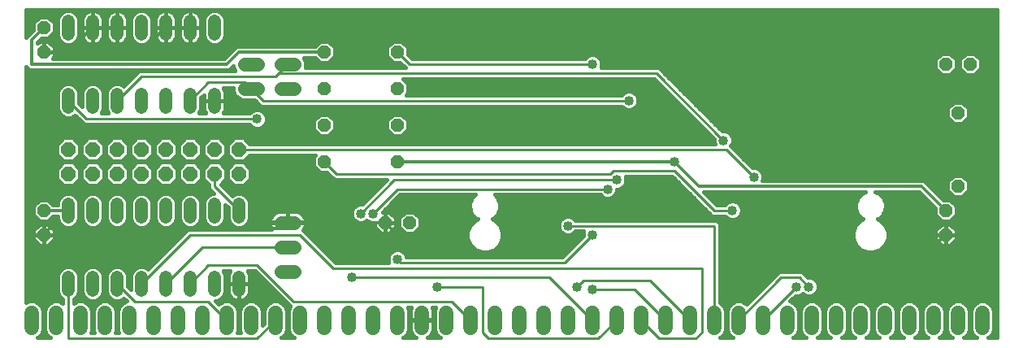
<source format=gbl>
G75*
%MOIN*%
%OFA0B0*%
%FSLAX24Y24*%
%IPPOS*%
%LPD*%
%AMOC8*
5,1,8,0,0,1.08239X$1,22.5*
%
%ADD10C,0.0600*%
%ADD11OC8,0.0520*%
%ADD12C,0.0520*%
%ADD13OC8,0.0600*%
%ADD14C,0.0560*%
%ADD15C,0.0100*%
%ADD16C,0.0400*%
%ADD17C,0.0120*%
%ADD18C,0.0160*%
D10*
X000680Y000880D02*
X000680Y001480D01*
X001680Y001480D02*
X001680Y000880D01*
X002680Y000880D02*
X002680Y001480D01*
X003680Y001480D02*
X003680Y000880D01*
X004680Y000880D02*
X004680Y001480D01*
X005680Y001480D02*
X005680Y000880D01*
X006680Y000880D02*
X006680Y001480D01*
X007680Y001480D02*
X007680Y000880D01*
X008680Y000880D02*
X008680Y001480D01*
X009680Y001480D02*
X009680Y000880D01*
X010680Y000880D02*
X010680Y001480D01*
X011680Y001480D02*
X011680Y000880D01*
X012680Y000880D02*
X012680Y001480D01*
X013680Y001480D02*
X013680Y000880D01*
X014680Y000880D02*
X014680Y001480D01*
X015680Y001480D02*
X015680Y000880D01*
X016680Y000880D02*
X016680Y001480D01*
X017680Y001480D02*
X017680Y000880D01*
X018680Y000880D02*
X018680Y001480D01*
X019680Y001480D02*
X019680Y000880D01*
X020680Y000880D02*
X020680Y001480D01*
X021680Y001480D02*
X021680Y000880D01*
X022680Y000880D02*
X022680Y001480D01*
X023680Y001480D02*
X023680Y000880D01*
X024680Y000880D02*
X024680Y001480D01*
X025680Y001480D02*
X025680Y000880D01*
X026680Y000880D02*
X026680Y001480D01*
X027680Y001480D02*
X027680Y000880D01*
X028680Y000880D02*
X028680Y001480D01*
X029680Y001480D02*
X029680Y000880D01*
X030680Y000880D02*
X030680Y001480D01*
X031680Y001480D02*
X031680Y000880D01*
X032680Y000880D02*
X032680Y001480D01*
X033680Y001480D02*
X033680Y000880D01*
X034680Y000880D02*
X034680Y001480D01*
X035680Y001480D02*
X035680Y000880D01*
X036680Y000880D02*
X036680Y001480D01*
X037680Y001480D02*
X037680Y000880D01*
X038680Y000880D02*
X038680Y001480D01*
X039680Y001480D02*
X039680Y000880D01*
D11*
X038180Y004680D03*
X038180Y005680D03*
X038680Y006680D03*
X038680Y009680D03*
X038180Y011680D03*
X039180Y011680D03*
X016180Y005180D03*
X015180Y005180D03*
X015680Y007680D03*
X012680Y007680D03*
X012680Y009180D03*
X015680Y009180D03*
X015680Y010680D03*
X012680Y010680D03*
X012680Y012180D03*
X015680Y012180D03*
X001180Y012180D03*
X001180Y013180D03*
X001180Y005680D03*
X001180Y004680D03*
D12*
X002180Y005420D02*
X002180Y005940D01*
X003180Y005940D02*
X003180Y005420D01*
X004180Y005420D02*
X004180Y005940D01*
X005180Y005940D02*
X005180Y005420D01*
X006180Y005420D02*
X006180Y005940D01*
X007180Y005940D02*
X007180Y005420D01*
X008180Y005420D02*
X008180Y005940D01*
X009180Y005940D02*
X009180Y005420D01*
X009180Y002940D02*
X009180Y002420D01*
X008180Y002420D02*
X008180Y002940D01*
X007180Y002940D02*
X007180Y002420D01*
X006180Y002420D02*
X006180Y002940D01*
X005180Y002940D02*
X005180Y002420D01*
X004180Y002420D02*
X004180Y002940D01*
X003180Y002940D02*
X003180Y002420D01*
X002180Y002420D02*
X002180Y002940D01*
X002180Y009920D02*
X002180Y010440D01*
X003180Y010440D02*
X003180Y009920D01*
X004180Y009920D02*
X004180Y010440D01*
X005180Y010440D02*
X005180Y009920D01*
X006180Y009920D02*
X006180Y010440D01*
X007180Y010440D02*
X007180Y009920D01*
X008180Y009920D02*
X008180Y010440D01*
X008180Y012920D02*
X008180Y013440D01*
X007180Y013440D02*
X007180Y012920D01*
X006180Y012920D02*
X006180Y013440D01*
X005180Y013440D02*
X005180Y012920D01*
X004180Y012920D02*
X004180Y013440D01*
X003180Y013440D02*
X003180Y012920D01*
X002180Y012920D02*
X002180Y013440D01*
D13*
X002180Y008180D03*
X003180Y008180D03*
X004180Y008180D03*
X005180Y008180D03*
X006180Y008180D03*
X007180Y008180D03*
X008180Y008180D03*
X009180Y008180D03*
X009180Y007180D03*
X008180Y007180D03*
X007180Y007180D03*
X006180Y007180D03*
X005180Y007180D03*
X004180Y007180D03*
X003180Y007180D03*
X002180Y007180D03*
D14*
X010900Y005180D02*
X011460Y005180D01*
X011460Y004180D02*
X010900Y004180D01*
X010900Y003180D02*
X011460Y003180D01*
X011460Y010680D02*
X010900Y010680D01*
X009960Y010680D02*
X009400Y010680D01*
X009400Y011680D02*
X009960Y011680D01*
X010900Y011680D02*
X011460Y011680D01*
D15*
X011180Y011680D02*
X010805Y011305D01*
X026305Y011305D01*
X029055Y008555D01*
X029180Y008180D02*
X009180Y008180D01*
X008180Y007180D02*
X008180Y006680D01*
X009180Y005680D01*
X007180Y004680D02*
X005180Y002680D01*
X004930Y001930D02*
X004180Y002680D01*
X004930Y001930D02*
X007930Y001930D01*
X008680Y001180D01*
X009930Y000430D02*
X010680Y001180D01*
X011430Y001930D02*
X017930Y001930D01*
X018680Y001180D01*
X019180Y000680D02*
X019180Y002555D01*
X017305Y002555D01*
X015805Y003555D02*
X022555Y003555D01*
X023680Y004680D01*
X022680Y005055D02*
X028680Y005055D01*
X028680Y001180D01*
X029680Y001180D02*
X031430Y002930D01*
X032180Y002930D01*
X032555Y002555D01*
X032055Y002555D02*
X030680Y001180D01*
X028180Y000680D02*
X027930Y000430D01*
X026430Y000430D01*
X025680Y001180D01*
X024680Y001180D02*
X023930Y000430D01*
X019430Y000430D01*
X019180Y000680D01*
X021930Y002930D02*
X023680Y001180D01*
X023680Y002430D02*
X025430Y002430D01*
X026680Y001180D01*
X027680Y001180D02*
X026055Y002805D01*
X023305Y002805D01*
X023055Y002555D01*
X021930Y002930D02*
X013805Y002930D01*
X013055Y003305D02*
X011680Y004680D01*
X007180Y004680D01*
X007680Y004180D02*
X011180Y004180D01*
X009930Y003430D02*
X011430Y001930D01*
X009930Y003430D02*
X007930Y003430D01*
X007180Y002680D01*
X006180Y002680D02*
X007680Y004180D01*
X013055Y003305D02*
X028180Y003305D01*
X028180Y000680D01*
X015805Y003555D02*
X015680Y003680D01*
X014680Y005555D02*
X015680Y006555D01*
X024305Y006555D01*
X024680Y006930D02*
X015555Y006930D01*
X014180Y005555D01*
X013180Y007180D02*
X024430Y007180D01*
X024555Y007305D01*
X027055Y007305D01*
X028680Y005680D01*
X029430Y005680D01*
X030305Y007055D02*
X029180Y008180D01*
X025180Y010180D02*
X010180Y010180D01*
X009680Y010680D01*
X009430Y010930D01*
X007930Y010930D01*
X007180Y010180D01*
X005180Y011180D02*
X010680Y011180D01*
X010805Y011305D01*
X015680Y012180D02*
X016180Y011680D01*
X023680Y011680D01*
X013180Y007180D02*
X012680Y007680D01*
X009930Y009430D02*
X002930Y009430D01*
X002180Y010180D01*
X004180Y010180D02*
X005180Y011180D01*
X002180Y002680D02*
X002180Y000430D01*
X009930Y000430D01*
D16*
X013805Y002930D03*
X015680Y003680D03*
X018180Y003930D03*
X017305Y002555D03*
X023055Y002555D03*
X023680Y002430D03*
X023680Y004680D03*
X022680Y005055D03*
X024305Y006555D03*
X024680Y006930D03*
X027055Y007680D03*
X029055Y008555D03*
X030305Y007055D03*
X029430Y005680D03*
X033805Y003930D03*
X032555Y002555D03*
X032055Y002555D03*
X030055Y002555D03*
X014680Y005555D03*
X014180Y005555D03*
X009930Y009430D03*
X023680Y011680D03*
X025180Y010180D03*
D17*
X027055Y007680D02*
X028055Y006680D01*
X037180Y006680D01*
X038180Y005680D01*
X038180Y004680D02*
X037430Y003930D01*
X033805Y003930D01*
X031430Y003930D01*
X030805Y003305D01*
X028680Y005430D01*
X021055Y005430D01*
X019555Y003930D01*
X018180Y003930D01*
X017430Y004680D01*
X015680Y004680D01*
X015180Y005180D01*
X011180Y005180D01*
X010930Y004930D01*
X001430Y004930D01*
X001180Y004680D01*
X001180Y005680D02*
X002180Y005680D01*
X015680Y007680D02*
X027055Y007680D01*
X030805Y003305D02*
X030055Y002555D01*
X009180Y012180D02*
X008680Y011680D01*
X000680Y011680D01*
X000680Y012680D01*
X001180Y013180D01*
X002180Y012180D02*
X002430Y012430D01*
X005430Y012430D01*
X006180Y013180D01*
X009180Y012180D02*
X012680Y012180D01*
X003180Y013180D02*
X002430Y012430D01*
X002180Y012180D02*
X001180Y012180D01*
D18*
X000952Y000473D02*
X000920Y000460D01*
X001440Y000460D01*
X001408Y000473D01*
X001273Y000608D01*
X001200Y000785D01*
X001200Y001575D01*
X001273Y001752D01*
X001408Y001887D01*
X001585Y001960D01*
X001775Y001960D01*
X001950Y001888D01*
X001950Y002039D01*
X001931Y002047D01*
X001807Y002171D01*
X001740Y002332D01*
X001740Y003028D01*
X001807Y003189D01*
X001931Y003313D01*
X002092Y003380D01*
X002268Y003380D01*
X002429Y003313D01*
X002553Y003189D01*
X002620Y003028D01*
X002620Y002332D01*
X002553Y002171D01*
X002429Y002047D01*
X002410Y002039D01*
X002410Y001888D01*
X002585Y001960D01*
X002775Y001960D01*
X002952Y001887D01*
X003087Y001752D01*
X003160Y001575D01*
X003160Y000785D01*
X003108Y000660D01*
X003252Y000660D01*
X003200Y000785D01*
X003200Y001575D01*
X003273Y001752D01*
X003408Y001887D01*
X003585Y001960D01*
X003775Y001960D01*
X003952Y001887D01*
X004087Y001752D01*
X004160Y001575D01*
X004160Y000785D01*
X004108Y000660D01*
X004252Y000660D01*
X004200Y000785D01*
X004200Y001575D01*
X004273Y001752D01*
X004408Y001887D01*
X004578Y001957D01*
X004458Y002076D01*
X004429Y002047D01*
X004268Y001980D01*
X004092Y001980D01*
X003931Y002047D01*
X003807Y002171D01*
X003740Y002332D01*
X003740Y003028D01*
X003807Y003189D01*
X003931Y003313D01*
X004092Y003380D01*
X004268Y003380D01*
X004429Y003313D01*
X004553Y003189D01*
X004620Y003028D01*
X004620Y002565D01*
X004740Y002445D01*
X004740Y003028D01*
X004807Y003189D01*
X004931Y003313D01*
X005092Y003380D01*
X005268Y003380D01*
X005429Y003313D01*
X005458Y003284D01*
X006950Y004775D01*
X006950Y004775D01*
X007085Y004910D01*
X010528Y004910D01*
X010507Y004939D01*
X010474Y005003D01*
X010451Y005072D01*
X010440Y005144D01*
X010440Y005170D01*
X011170Y005170D01*
X011170Y005190D01*
X011170Y005640D01*
X010864Y005640D01*
X010792Y005629D01*
X010723Y005606D01*
X010659Y005573D01*
X010600Y005531D01*
X010549Y005480D01*
X010507Y005421D01*
X010474Y005357D01*
X010451Y005288D01*
X010440Y005216D01*
X010440Y005190D01*
X011170Y005190D01*
X011190Y005190D01*
X011190Y005640D01*
X011496Y005640D01*
X011568Y005629D01*
X011637Y005606D01*
X011701Y005573D01*
X011760Y005531D01*
X011811Y005480D01*
X011853Y005421D01*
X011886Y005357D01*
X011909Y005288D01*
X011920Y005216D01*
X011920Y005190D01*
X011190Y005190D01*
X011190Y005170D01*
X011920Y005170D01*
X011920Y005144D01*
X011909Y005072D01*
X011886Y005003D01*
X011853Y004939D01*
X011811Y004880D01*
X011808Y004877D01*
X011910Y004775D01*
X013150Y003535D01*
X015329Y003535D01*
X015300Y003604D01*
X015300Y003756D01*
X015358Y003895D01*
X015465Y004002D01*
X015604Y004060D01*
X015756Y004060D01*
X015895Y004002D01*
X016002Y003895D01*
X016048Y003785D01*
X022460Y003785D01*
X023300Y004625D01*
X023300Y004756D01*
X023329Y004825D01*
X022987Y004825D01*
X022895Y004733D01*
X022756Y004675D01*
X022604Y004675D01*
X022465Y004733D01*
X022358Y004840D01*
X022300Y004979D01*
X022300Y005131D01*
X022358Y005270D01*
X022465Y005377D01*
X022604Y005435D01*
X022756Y005435D01*
X022895Y005377D01*
X022987Y005285D01*
X028775Y005285D01*
X028910Y005150D01*
X028910Y001904D01*
X028952Y001887D01*
X029087Y001752D01*
X029160Y001575D01*
X029160Y000785D01*
X029087Y000608D01*
X028952Y000473D01*
X028920Y000460D01*
X029440Y000460D01*
X029408Y000473D01*
X029273Y000608D01*
X029200Y000785D01*
X029200Y001575D01*
X029273Y001752D01*
X029408Y001887D01*
X029585Y001960D01*
X029775Y001960D01*
X029952Y001887D01*
X030007Y001832D01*
X031200Y003025D01*
X031335Y003160D01*
X032275Y003160D01*
X032500Y002935D01*
X032631Y002935D01*
X032770Y002877D01*
X032877Y002770D01*
X032935Y002631D01*
X032935Y002479D01*
X032877Y002340D01*
X032770Y002233D01*
X032631Y002175D01*
X032479Y002175D01*
X032340Y002233D01*
X032305Y002268D01*
X032270Y002233D01*
X032131Y002175D01*
X032000Y002175D01*
X031782Y001957D01*
X031952Y001887D01*
X032087Y001752D01*
X032160Y001575D01*
X032160Y000785D01*
X032087Y000608D01*
X031952Y000473D01*
X031920Y000460D01*
X032440Y000460D01*
X032408Y000473D01*
X032273Y000608D01*
X032200Y000785D01*
X032200Y001575D01*
X032273Y001752D01*
X032408Y001887D01*
X032585Y001960D01*
X032775Y001960D01*
X032952Y001887D01*
X033087Y001752D01*
X033160Y001575D01*
X033160Y000785D01*
X033087Y000608D01*
X032952Y000473D01*
X032920Y000460D01*
X033440Y000460D01*
X033408Y000473D01*
X033273Y000608D01*
X033200Y000785D01*
X033200Y001575D01*
X033273Y001752D01*
X033408Y001887D01*
X033585Y001960D01*
X033775Y001960D01*
X033952Y001887D01*
X034087Y001752D01*
X034160Y001575D01*
X034160Y000785D01*
X034087Y000608D01*
X033952Y000473D01*
X033920Y000460D01*
X034440Y000460D01*
X034408Y000473D01*
X034273Y000608D01*
X034200Y000785D01*
X034200Y001575D01*
X034273Y001752D01*
X034408Y001887D01*
X034585Y001960D01*
X034775Y001960D01*
X034952Y001887D01*
X035087Y001752D01*
X035160Y001575D01*
X035160Y000785D01*
X035087Y000608D01*
X034952Y000473D01*
X034920Y000460D01*
X035440Y000460D01*
X035408Y000473D01*
X035273Y000608D01*
X035200Y000785D01*
X035200Y001575D01*
X035273Y001752D01*
X035408Y001887D01*
X035585Y001960D01*
X035775Y001960D01*
X035952Y001887D01*
X036087Y001752D01*
X036160Y001575D01*
X036160Y000785D01*
X036087Y000608D01*
X035952Y000473D01*
X035920Y000460D01*
X036440Y000460D01*
X036408Y000473D01*
X036273Y000608D01*
X036200Y000785D01*
X036200Y001575D01*
X036273Y001752D01*
X036408Y001887D01*
X036585Y001960D01*
X036775Y001960D01*
X036952Y001887D01*
X037087Y001752D01*
X037160Y001575D01*
X037160Y000785D01*
X037087Y000608D01*
X036952Y000473D01*
X036920Y000460D01*
X037440Y000460D01*
X037408Y000473D01*
X037273Y000608D01*
X037200Y000785D01*
X037200Y001575D01*
X037273Y001752D01*
X037408Y001887D01*
X037585Y001960D01*
X037775Y001960D01*
X037952Y001887D01*
X038087Y001752D01*
X038160Y001575D01*
X038160Y000785D01*
X038087Y000608D01*
X037952Y000473D01*
X037920Y000460D01*
X038440Y000460D01*
X038408Y000473D01*
X038273Y000608D01*
X038200Y000785D01*
X038200Y001575D01*
X038273Y001752D01*
X038408Y001887D01*
X038585Y001960D01*
X038775Y001960D01*
X038952Y001887D01*
X039087Y001752D01*
X039160Y001575D01*
X039160Y000785D01*
X039087Y000608D01*
X038952Y000473D01*
X038920Y000460D01*
X039440Y000460D01*
X039408Y000473D01*
X039273Y000608D01*
X039200Y000785D01*
X039200Y001575D01*
X039273Y001752D01*
X039408Y001887D01*
X039585Y001960D01*
X039775Y001960D01*
X039952Y001887D01*
X040087Y001752D01*
X040160Y001575D01*
X040160Y000785D01*
X040087Y000608D01*
X039952Y000473D01*
X039920Y000460D01*
X040270Y000460D01*
X040270Y013896D01*
X000460Y013896D01*
X000460Y012776D01*
X000477Y012816D01*
X000544Y012883D01*
X000740Y013079D01*
X000740Y013362D01*
X000998Y013620D01*
X001362Y013620D01*
X001620Y013362D01*
X001620Y012998D01*
X001362Y012740D01*
X001079Y012740D01*
X000920Y012581D01*
X000920Y012542D01*
X000998Y012620D01*
X001180Y012620D01*
X001180Y012180D01*
X001180Y012180D01*
X001620Y012180D01*
X001620Y012362D01*
X001362Y012620D01*
X001180Y012620D01*
X001180Y012180D01*
X001180Y012180D01*
X001620Y012180D01*
X001620Y011998D01*
X001542Y011920D01*
X008581Y011920D01*
X008977Y012316D01*
X009044Y012383D01*
X009132Y012420D01*
X012298Y012420D01*
X012498Y012620D01*
X012862Y012620D01*
X013120Y012362D01*
X013120Y011998D01*
X012862Y011740D01*
X012498Y011740D01*
X012298Y011940D01*
X011850Y011940D01*
X011920Y011771D01*
X011920Y011588D01*
X011898Y011535D01*
X016000Y011535D01*
X015950Y011585D01*
X015795Y011740D01*
X015498Y011740D01*
X015240Y011998D01*
X015240Y012362D01*
X015498Y012620D01*
X015862Y012620D01*
X016120Y012362D01*
X016120Y012065D01*
X016275Y011910D01*
X023373Y011910D01*
X023465Y012002D01*
X023604Y012060D01*
X023756Y012060D01*
X023895Y012002D01*
X024002Y011895D01*
X024060Y011756D01*
X024060Y011604D01*
X024031Y011535D01*
X026400Y011535D01*
X026535Y011400D01*
X029000Y008935D01*
X029131Y008935D01*
X029270Y008877D01*
X029377Y008770D01*
X029435Y008631D01*
X029435Y008479D01*
X029377Y008340D01*
X029361Y008324D01*
X029410Y008275D01*
X029410Y008275D01*
X030250Y007435D01*
X030381Y007435D01*
X030520Y007377D01*
X030627Y007270D01*
X030685Y007131D01*
X030685Y006979D01*
X030660Y006920D01*
X037228Y006920D01*
X037316Y006883D01*
X037383Y006816D01*
X038079Y006120D01*
X038362Y006120D01*
X038620Y005862D01*
X038620Y005498D01*
X038362Y005240D01*
X037998Y005240D01*
X037740Y005498D01*
X037740Y005781D01*
X037081Y006440D01*
X035294Y006440D01*
X035434Y006382D01*
X035607Y006209D01*
X035700Y005983D01*
X035700Y005739D01*
X035607Y005513D01*
X035434Y005340D01*
X035395Y005324D01*
X035489Y005285D01*
X035690Y005084D01*
X035799Y004822D01*
X035799Y004538D01*
X035690Y004276D01*
X035489Y004075D01*
X035227Y003967D01*
X034944Y003967D01*
X034682Y004075D01*
X034481Y004276D01*
X034372Y004538D01*
X034372Y004822D01*
X034481Y005084D01*
X034682Y005285D01*
X034776Y005324D01*
X034737Y005340D01*
X034564Y005513D01*
X034471Y005739D01*
X034471Y005983D01*
X034564Y006209D01*
X034737Y006382D01*
X034877Y006440D01*
X028245Y006440D01*
X028775Y005910D01*
X029123Y005910D01*
X029215Y006002D01*
X029354Y006060D01*
X029506Y006060D01*
X029645Y006002D01*
X029752Y005895D01*
X029810Y005756D01*
X029810Y005604D01*
X029752Y005465D01*
X029645Y005358D01*
X029506Y005300D01*
X029354Y005300D01*
X029215Y005358D01*
X029123Y005450D01*
X028585Y005450D01*
X028450Y005585D01*
X026960Y007075D01*
X025031Y007075D01*
X025060Y007006D01*
X025060Y006854D01*
X025002Y006715D01*
X024895Y006608D01*
X024756Y006550D01*
X024685Y006550D01*
X024685Y006479D01*
X024627Y006340D01*
X024520Y006233D01*
X024381Y006175D01*
X024229Y006175D01*
X024090Y006233D01*
X023998Y006325D01*
X019680Y006325D01*
X019796Y006209D01*
X019889Y005983D01*
X019889Y005739D01*
X019796Y005513D01*
X019623Y005340D01*
X019584Y005324D01*
X019678Y005285D01*
X019879Y005084D01*
X019988Y004822D01*
X019988Y004538D01*
X019879Y004276D01*
X019678Y004075D01*
X019416Y003967D01*
X019133Y003967D01*
X018871Y004075D01*
X018670Y004276D01*
X018561Y004538D01*
X018561Y004822D01*
X018670Y005084D01*
X018871Y005285D01*
X018965Y005324D01*
X018926Y005340D01*
X018753Y005513D01*
X018660Y005739D01*
X018660Y005983D01*
X018753Y006209D01*
X018869Y006325D01*
X015775Y006325D01*
X015070Y005620D01*
X015180Y005620D01*
X015180Y005180D01*
X015180Y005180D01*
X015620Y005180D01*
X015620Y005362D01*
X015362Y005620D01*
X015180Y005620D01*
X015180Y005180D01*
X015180Y005180D01*
X015620Y005180D01*
X015620Y004998D01*
X015362Y004740D01*
X015180Y004740D01*
X015180Y005180D01*
X015180Y005180D01*
X015180Y004740D01*
X014998Y004740D01*
X014740Y004998D01*
X014740Y005175D01*
X014604Y005175D01*
X014465Y005233D01*
X014430Y005268D01*
X014395Y005233D01*
X014256Y005175D01*
X014104Y005175D01*
X013965Y005233D01*
X013858Y005340D01*
X013800Y005479D01*
X013800Y005631D01*
X013858Y005770D01*
X013965Y005877D01*
X014104Y005935D01*
X014235Y005935D01*
X015250Y006950D01*
X013085Y006950D01*
X012950Y007085D01*
X012795Y007240D01*
X012498Y007240D01*
X012240Y007498D01*
X012240Y007862D01*
X012328Y007950D01*
X009629Y007950D01*
X009379Y007700D01*
X008981Y007700D01*
X008700Y007981D01*
X008700Y008379D01*
X008981Y008660D01*
X009379Y008660D01*
X009629Y008410D01*
X028704Y008410D01*
X028675Y008479D01*
X028675Y008610D01*
X026210Y011075D01*
X015907Y011075D01*
X016120Y010862D01*
X016120Y010498D01*
X016032Y010410D01*
X024873Y010410D01*
X024965Y010502D01*
X025104Y010560D01*
X025256Y010560D01*
X025395Y010502D01*
X025502Y010395D01*
X025560Y010256D01*
X025560Y010104D01*
X025502Y009965D01*
X025395Y009858D01*
X025256Y009800D01*
X025104Y009800D01*
X024965Y009858D01*
X024873Y009950D01*
X010085Y009950D01*
X009815Y010220D01*
X009308Y010220D01*
X009139Y010290D01*
X009010Y010419D01*
X008940Y010588D01*
X008940Y010700D01*
X008535Y010700D01*
X008556Y010671D01*
X008588Y010609D01*
X008609Y010543D01*
X008620Y010475D01*
X008620Y010180D01*
X008180Y010180D01*
X008180Y010180D01*
X008620Y010180D01*
X008620Y009885D01*
X008609Y009817D01*
X008588Y009751D01*
X008556Y009689D01*
X008535Y009660D01*
X009623Y009660D01*
X009715Y009752D01*
X009854Y009810D01*
X010006Y009810D01*
X010145Y009752D01*
X010252Y009645D01*
X010310Y009506D01*
X010310Y009354D01*
X010252Y009215D01*
X010145Y009108D01*
X010006Y009050D01*
X009854Y009050D01*
X009715Y009108D01*
X009623Y009200D01*
X002835Y009200D01*
X002700Y009335D01*
X002700Y009335D01*
X002458Y009576D01*
X002429Y009547D01*
X002268Y009480D01*
X002092Y009480D01*
X001931Y009547D01*
X001807Y009671D01*
X001740Y009832D01*
X001740Y010528D01*
X001807Y010689D01*
X001931Y010813D01*
X002092Y010880D01*
X002268Y010880D01*
X002429Y010813D01*
X002553Y010689D01*
X002620Y010528D01*
X002620Y010065D01*
X002740Y009945D01*
X002740Y010528D01*
X002807Y010689D01*
X002931Y010813D01*
X003092Y010880D01*
X003268Y010880D01*
X003429Y010813D01*
X003553Y010689D01*
X003620Y010528D01*
X003620Y009832D01*
X003553Y009671D01*
X003542Y009660D01*
X003818Y009660D01*
X003807Y009671D01*
X003740Y009832D01*
X003740Y010528D01*
X003807Y010689D01*
X003931Y010813D01*
X004092Y010880D01*
X004268Y010880D01*
X004429Y010813D01*
X004458Y010784D01*
X004950Y011275D01*
X000460Y011275D01*
X000460Y011117D02*
X004791Y011117D01*
X004633Y010958D02*
X000460Y010958D01*
X000460Y010800D02*
X001917Y010800D01*
X001787Y010641D02*
X000460Y010641D01*
X000460Y010483D02*
X001740Y010483D01*
X001740Y010324D02*
X000460Y010324D01*
X000460Y010166D02*
X001740Y010166D01*
X001740Y010007D02*
X000460Y010007D01*
X000460Y009849D02*
X001740Y009849D01*
X001799Y009690D02*
X000460Y009690D01*
X000460Y009532D02*
X001968Y009532D01*
X002392Y009532D02*
X002503Y009532D01*
X002662Y009373D02*
X000460Y009373D01*
X000460Y009215D02*
X002820Y009215D01*
X003561Y009690D02*
X003799Y009690D01*
X003740Y009849D02*
X003620Y009849D01*
X003620Y010007D02*
X003740Y010007D01*
X003740Y010166D02*
X003620Y010166D01*
X003620Y010324D02*
X003740Y010324D01*
X003740Y010483D02*
X003620Y010483D01*
X003573Y010641D02*
X003787Y010641D01*
X003917Y010800D02*
X003443Y010800D01*
X002917Y010800D02*
X002443Y010800D01*
X002573Y010641D02*
X002787Y010641D01*
X002740Y010483D02*
X002620Y010483D01*
X002620Y010324D02*
X002740Y010324D01*
X002740Y010166D02*
X002620Y010166D01*
X002678Y010007D02*
X002740Y010007D01*
X004443Y010800D02*
X004474Y010800D01*
X004950Y011275D02*
X005085Y011410D01*
X009019Y011410D01*
X009010Y011419D01*
X008940Y011588D01*
X008940Y011601D01*
X008816Y011477D01*
X008728Y011440D01*
X000632Y011440D01*
X000544Y011477D01*
X000477Y011544D01*
X000460Y011584D01*
X000460Y001908D01*
X000585Y001960D01*
X000775Y001960D01*
X000952Y001887D01*
X001087Y001752D01*
X001160Y001575D01*
X001160Y000785D01*
X001087Y000608D01*
X000952Y000473D01*
X000976Y000497D02*
X001384Y000497D01*
X001253Y000656D02*
X001107Y000656D01*
X001160Y000814D02*
X001200Y000814D01*
X001200Y000973D02*
X001160Y000973D01*
X001160Y001131D02*
X001200Y001131D01*
X001200Y001290D02*
X001160Y001290D01*
X001160Y001448D02*
X001200Y001448D01*
X001213Y001607D02*
X001147Y001607D01*
X001074Y001765D02*
X001286Y001765D01*
X001496Y001924D02*
X000864Y001924D01*
X000496Y001924D02*
X000460Y001924D01*
X000460Y002082D02*
X001896Y002082D01*
X001864Y001924D02*
X001950Y001924D01*
X002410Y001924D02*
X002496Y001924D01*
X002464Y002082D02*
X002896Y002082D01*
X002931Y002047D02*
X003092Y001980D01*
X003268Y001980D01*
X003429Y002047D01*
X003553Y002171D01*
X003620Y002332D01*
X003620Y003028D01*
X003553Y003189D01*
X003429Y003313D01*
X003268Y003380D01*
X003092Y003380D01*
X002931Y003313D01*
X002807Y003189D01*
X002740Y003028D01*
X002740Y002332D01*
X002807Y002171D01*
X002931Y002047D01*
X002864Y001924D02*
X003496Y001924D01*
X003464Y002082D02*
X003896Y002082D01*
X003864Y001924D02*
X004496Y001924D01*
X004286Y001765D02*
X004074Y001765D01*
X004147Y001607D02*
X004213Y001607D01*
X004200Y001448D02*
X004160Y001448D01*
X004160Y001290D02*
X004200Y001290D01*
X004200Y001131D02*
X004160Y001131D01*
X004160Y000973D02*
X004200Y000973D01*
X004200Y000814D02*
X004160Y000814D01*
X003200Y000814D02*
X003160Y000814D01*
X003160Y000973D02*
X003200Y000973D01*
X003200Y001131D02*
X003160Y001131D01*
X003160Y001290D02*
X003200Y001290D01*
X003200Y001448D02*
X003160Y001448D01*
X003147Y001607D02*
X003213Y001607D01*
X003286Y001765D02*
X003074Y001765D01*
X002778Y002241D02*
X002582Y002241D01*
X002620Y002399D02*
X002740Y002399D01*
X002740Y002558D02*
X002620Y002558D01*
X002620Y002716D02*
X002740Y002716D01*
X002740Y002875D02*
X002620Y002875D01*
X002618Y003033D02*
X002742Y003033D01*
X002809Y003192D02*
X002551Y003192D01*
X002340Y003350D02*
X003020Y003350D01*
X003340Y003350D02*
X004020Y003350D01*
X003809Y003192D02*
X003551Y003192D01*
X003618Y003033D02*
X003742Y003033D01*
X003740Y002875D02*
X003620Y002875D01*
X003620Y002716D02*
X003740Y002716D01*
X003740Y002558D02*
X003620Y002558D01*
X003620Y002399D02*
X003740Y002399D01*
X003778Y002241D02*
X003582Y002241D01*
X004628Y002558D02*
X004740Y002558D01*
X004740Y002716D02*
X004620Y002716D01*
X004620Y002875D02*
X004740Y002875D01*
X004742Y003033D02*
X004618Y003033D01*
X004551Y003192D02*
X004809Y003192D01*
X005020Y003350D02*
X004340Y003350D01*
X005340Y003350D02*
X005525Y003350D01*
X005683Y003509D02*
X000460Y003509D01*
X000460Y003667D02*
X005842Y003667D01*
X006000Y003826D02*
X000460Y003826D01*
X000460Y003984D02*
X006159Y003984D01*
X006317Y004143D02*
X000460Y004143D01*
X000460Y004301D02*
X000937Y004301D01*
X000998Y004240D02*
X000740Y004498D01*
X000740Y004680D01*
X001180Y004680D01*
X001180Y004680D01*
X001180Y005120D01*
X001362Y005120D01*
X001620Y004862D01*
X001620Y004680D01*
X001180Y004680D01*
X001180Y004680D01*
X001180Y004680D01*
X001180Y005120D01*
X000998Y005120D01*
X000740Y004862D01*
X000740Y004680D01*
X001180Y004680D01*
X001620Y004680D01*
X001620Y004498D01*
X001362Y004240D01*
X001180Y004240D01*
X001180Y004680D01*
X001180Y004680D01*
X001180Y004240D01*
X000998Y004240D01*
X001180Y004301D02*
X001180Y004301D01*
X001423Y004301D02*
X006476Y004301D01*
X006634Y004460D02*
X001582Y004460D01*
X001620Y004618D02*
X006793Y004618D01*
X006951Y004777D02*
X001620Y004777D01*
X001547Y004935D02*
X010509Y004935D01*
X010448Y005094D02*
X009476Y005094D01*
X009429Y005047D02*
X009553Y005171D01*
X009620Y005332D01*
X009620Y006028D01*
X009553Y006189D01*
X009429Y006313D01*
X009268Y006380D01*
X009092Y006380D01*
X008931Y006313D01*
X008902Y006284D01*
X008432Y006753D01*
X008660Y006981D01*
X008660Y007379D01*
X008379Y007660D01*
X007981Y007660D01*
X007700Y007379D01*
X007700Y006981D01*
X007950Y006731D01*
X007950Y006585D01*
X008085Y006450D01*
X008155Y006380D01*
X008092Y006380D01*
X007931Y006313D01*
X007807Y006189D01*
X007740Y006028D01*
X007740Y005332D01*
X007807Y005171D01*
X007931Y005047D01*
X008092Y004980D01*
X008268Y004980D01*
X008429Y005047D01*
X008553Y005171D01*
X008620Y005332D01*
X008620Y005915D01*
X008740Y005795D01*
X008740Y005332D01*
X008807Y005171D01*
X008931Y005047D01*
X009092Y004980D01*
X009268Y004980D01*
X009429Y005047D01*
X009587Y005252D02*
X010446Y005252D01*
X010501Y005411D02*
X009620Y005411D01*
X009620Y005569D02*
X010653Y005569D01*
X011170Y005569D02*
X011190Y005569D01*
X011190Y005411D02*
X011170Y005411D01*
X011170Y005252D02*
X011190Y005252D01*
X011707Y005569D02*
X013800Y005569D01*
X013829Y005411D02*
X011859Y005411D01*
X011914Y005252D02*
X013946Y005252D01*
X014414Y005252D02*
X014446Y005252D01*
X014740Y005094D02*
X011912Y005094D01*
X011851Y004935D02*
X014803Y004935D01*
X014961Y004777D02*
X011909Y004777D01*
X012067Y004618D02*
X018561Y004618D01*
X018561Y004777D02*
X016399Y004777D01*
X016362Y004740D02*
X016620Y004998D01*
X016620Y005362D01*
X016362Y005620D01*
X015998Y005620D01*
X015740Y005362D01*
X015740Y004998D01*
X015998Y004740D01*
X016362Y004740D01*
X016557Y004935D02*
X018608Y004935D01*
X018680Y005094D02*
X016620Y005094D01*
X016620Y005252D02*
X018838Y005252D01*
X018856Y005411D02*
X016572Y005411D01*
X016413Y005569D02*
X018730Y005569D01*
X018665Y005728D02*
X015178Y005728D01*
X015180Y005569D02*
X015180Y005569D01*
X015180Y005411D02*
X015180Y005411D01*
X015180Y005252D02*
X015180Y005252D01*
X015180Y005094D02*
X015180Y005094D01*
X015180Y004935D02*
X015180Y004935D01*
X015180Y004777D02*
X015180Y004777D01*
X015399Y004777D02*
X015961Y004777D01*
X015803Y004935D02*
X015557Y004935D01*
X015620Y005094D02*
X015740Y005094D01*
X015740Y005252D02*
X015620Y005252D01*
X015572Y005411D02*
X015788Y005411D01*
X015947Y005569D02*
X015413Y005569D01*
X015336Y005886D02*
X018660Y005886D01*
X018685Y006045D02*
X015495Y006045D01*
X015653Y006203D02*
X018751Y006203D01*
X019798Y006203D02*
X024162Y006203D01*
X024448Y006203D02*
X027832Y006203D01*
X027990Y006045D02*
X019864Y006045D01*
X019889Y005886D02*
X028149Y005886D01*
X028307Y005728D02*
X019884Y005728D01*
X019819Y005569D02*
X028466Y005569D01*
X028808Y005252D02*
X034649Y005252D01*
X034667Y005411D02*
X029698Y005411D01*
X029795Y005569D02*
X034541Y005569D01*
X034476Y005728D02*
X029810Y005728D01*
X029756Y005886D02*
X034471Y005886D01*
X034496Y006045D02*
X029543Y006045D01*
X029317Y006045D02*
X028641Y006045D01*
X028482Y006203D02*
X034562Y006203D01*
X034717Y006362D02*
X028324Y006362D01*
X027673Y006362D02*
X024636Y006362D01*
X024685Y006520D02*
X027515Y006520D01*
X027356Y006679D02*
X024966Y006679D01*
X025053Y006837D02*
X027198Y006837D01*
X027039Y006996D02*
X025060Y006996D01*
X028699Y008422D02*
X009617Y008422D01*
X009458Y008581D02*
X028675Y008581D01*
X028546Y008739D02*
X000460Y008739D01*
X000460Y008581D02*
X001902Y008581D01*
X001981Y008660D02*
X001700Y008379D01*
X001700Y007981D01*
X001981Y007700D01*
X002379Y007700D01*
X002660Y007981D01*
X002660Y008379D01*
X002379Y008660D01*
X001981Y008660D01*
X001743Y008422D02*
X000460Y008422D01*
X000460Y008264D02*
X001700Y008264D01*
X001700Y008105D02*
X000460Y008105D01*
X000460Y007947D02*
X001735Y007947D01*
X001893Y007788D02*
X000460Y007788D01*
X000460Y007630D02*
X001951Y007630D01*
X001981Y007660D02*
X001700Y007379D01*
X001700Y006981D01*
X001981Y006700D01*
X002379Y006700D01*
X002660Y006981D01*
X002660Y007379D01*
X002379Y007660D01*
X001981Y007660D01*
X001792Y007471D02*
X000460Y007471D01*
X000460Y007313D02*
X001700Y007313D01*
X001700Y007154D02*
X000460Y007154D01*
X000460Y006996D02*
X001700Y006996D01*
X001844Y006837D02*
X000460Y006837D01*
X000460Y006679D02*
X007950Y006679D01*
X008015Y006520D02*
X000460Y006520D01*
X000460Y006362D02*
X002048Y006362D01*
X002092Y006380D02*
X001931Y006313D01*
X001807Y006189D01*
X001740Y006028D01*
X001740Y005920D01*
X001562Y005920D01*
X001362Y006120D01*
X000998Y006120D01*
X000740Y005862D01*
X000740Y005498D01*
X000998Y005240D01*
X001362Y005240D01*
X001562Y005440D01*
X001740Y005440D01*
X001740Y005332D01*
X001807Y005171D01*
X001931Y005047D01*
X002092Y004980D01*
X002268Y004980D01*
X002429Y005047D01*
X002553Y005171D01*
X002620Y005332D01*
X002620Y006028D01*
X002553Y006189D01*
X002429Y006313D01*
X002268Y006380D01*
X002092Y006380D01*
X002312Y006362D02*
X003048Y006362D01*
X003092Y006380D02*
X002931Y006313D01*
X002807Y006189D01*
X002740Y006028D01*
X002740Y005332D01*
X002807Y005171D01*
X002931Y005047D01*
X003092Y004980D01*
X003268Y004980D01*
X003429Y005047D01*
X003553Y005171D01*
X003620Y005332D01*
X003620Y006028D01*
X003553Y006189D01*
X003429Y006313D01*
X003268Y006380D01*
X003092Y006380D01*
X003312Y006362D02*
X004048Y006362D01*
X004092Y006380D02*
X003931Y006313D01*
X003807Y006189D01*
X003740Y006028D01*
X003740Y005332D01*
X003807Y005171D01*
X003931Y005047D01*
X004092Y004980D01*
X004268Y004980D01*
X004429Y005047D01*
X004553Y005171D01*
X004620Y005332D01*
X004620Y006028D01*
X004553Y006189D01*
X004429Y006313D01*
X004268Y006380D01*
X004092Y006380D01*
X004312Y006362D02*
X005048Y006362D01*
X005092Y006380D02*
X004931Y006313D01*
X004807Y006189D01*
X004740Y006028D01*
X004740Y005332D01*
X004807Y005171D01*
X004931Y005047D01*
X005092Y004980D01*
X005268Y004980D01*
X005429Y005047D01*
X005553Y005171D01*
X005620Y005332D01*
X005620Y006028D01*
X005553Y006189D01*
X005429Y006313D01*
X005268Y006380D01*
X005092Y006380D01*
X005312Y006362D02*
X006048Y006362D01*
X006092Y006380D02*
X005931Y006313D01*
X005807Y006189D01*
X005740Y006028D01*
X005740Y005332D01*
X005807Y005171D01*
X005931Y005047D01*
X006092Y004980D01*
X006268Y004980D01*
X006429Y005047D01*
X006553Y005171D01*
X006620Y005332D01*
X006620Y006028D01*
X006553Y006189D01*
X006429Y006313D01*
X006268Y006380D01*
X006092Y006380D01*
X006312Y006362D02*
X007048Y006362D01*
X007092Y006380D02*
X006931Y006313D01*
X006807Y006189D01*
X006740Y006028D01*
X006740Y005332D01*
X006807Y005171D01*
X006931Y005047D01*
X007092Y004980D01*
X007268Y004980D01*
X007429Y005047D01*
X007553Y005171D01*
X007620Y005332D01*
X007620Y006028D01*
X007553Y006189D01*
X007429Y006313D01*
X007268Y006380D01*
X007092Y006380D01*
X007312Y006362D02*
X008048Y006362D01*
X007821Y006203D02*
X007539Y006203D01*
X007613Y006045D02*
X007747Y006045D01*
X007740Y005886D02*
X007620Y005886D01*
X007620Y005728D02*
X007740Y005728D01*
X007740Y005569D02*
X007620Y005569D01*
X007620Y005411D02*
X007740Y005411D01*
X007773Y005252D02*
X007587Y005252D01*
X007476Y005094D02*
X007884Y005094D01*
X008476Y005094D02*
X008884Y005094D01*
X008773Y005252D02*
X008587Y005252D01*
X008620Y005411D02*
X008740Y005411D01*
X008740Y005569D02*
X008620Y005569D01*
X008620Y005728D02*
X008740Y005728D01*
X008649Y005886D02*
X008620Y005886D01*
X009620Y005886D02*
X013986Y005886D01*
X013840Y005728D02*
X009620Y005728D01*
X009613Y006045D02*
X014344Y006045D01*
X014503Y006203D02*
X009539Y006203D01*
X009312Y006362D02*
X014661Y006362D01*
X014820Y006520D02*
X008665Y006520D01*
X008507Y006679D02*
X014978Y006679D01*
X015137Y006837D02*
X009516Y006837D01*
X009379Y006700D02*
X009660Y006981D01*
X009660Y007379D01*
X009379Y007660D01*
X008981Y007660D01*
X008700Y007379D01*
X008700Y006981D01*
X008981Y006700D01*
X009379Y006700D01*
X008844Y006837D02*
X008516Y006837D01*
X008660Y006996D02*
X008700Y006996D01*
X008700Y007154D02*
X008660Y007154D01*
X008660Y007313D02*
X008700Y007313D01*
X008792Y007471D02*
X008568Y007471D01*
X008409Y007630D02*
X008951Y007630D01*
X008893Y007788D02*
X008467Y007788D01*
X008379Y007700D02*
X007981Y007700D01*
X007700Y007981D01*
X007700Y008379D01*
X007981Y008660D01*
X008379Y008660D01*
X008660Y008379D01*
X008660Y007981D01*
X008379Y007700D01*
X007951Y007630D02*
X007409Y007630D01*
X007379Y007660D02*
X006981Y007660D01*
X006700Y007379D01*
X006700Y006981D01*
X006981Y006700D01*
X007379Y006700D01*
X007660Y006981D01*
X007660Y007379D01*
X007379Y007660D01*
X007379Y007700D02*
X007660Y007981D01*
X007660Y008379D01*
X007379Y008660D01*
X006981Y008660D01*
X006700Y008379D01*
X006700Y007981D01*
X006981Y007700D01*
X007379Y007700D01*
X007467Y007788D02*
X007893Y007788D01*
X007735Y007947D02*
X007625Y007947D01*
X007660Y008105D02*
X007700Y008105D01*
X007700Y008264D02*
X007660Y008264D01*
X007617Y008422D02*
X007743Y008422D01*
X007902Y008581D02*
X007458Y008581D01*
X006902Y008581D02*
X006458Y008581D01*
X006379Y008660D02*
X005981Y008660D01*
X005700Y008379D01*
X005700Y007981D01*
X005981Y007700D01*
X006379Y007700D01*
X006660Y007981D01*
X006660Y008379D01*
X006379Y008660D01*
X005902Y008581D02*
X005458Y008581D01*
X005379Y008660D02*
X004981Y008660D01*
X004700Y008379D01*
X004700Y007981D01*
X004981Y007700D01*
X005379Y007700D01*
X005660Y007981D01*
X005660Y008379D01*
X005379Y008660D01*
X005617Y008422D02*
X005743Y008422D01*
X005700Y008264D02*
X005660Y008264D01*
X005660Y008105D02*
X005700Y008105D01*
X005735Y007947D02*
X005625Y007947D01*
X005467Y007788D02*
X005893Y007788D01*
X005981Y007660D02*
X005700Y007379D01*
X005700Y006981D01*
X005981Y006700D01*
X006379Y006700D01*
X006660Y006981D01*
X006660Y007379D01*
X006379Y007660D01*
X005981Y007660D01*
X005951Y007630D02*
X005409Y007630D01*
X005379Y007660D02*
X004981Y007660D01*
X004700Y007379D01*
X004700Y006981D01*
X004981Y006700D01*
X005379Y006700D01*
X005660Y006981D01*
X005660Y007379D01*
X005379Y007660D01*
X005568Y007471D02*
X005792Y007471D01*
X006409Y007630D02*
X006951Y007630D01*
X006893Y007788D02*
X006467Y007788D01*
X006625Y007947D02*
X006735Y007947D01*
X006700Y008105D02*
X006660Y008105D01*
X006660Y008264D02*
X006700Y008264D01*
X006743Y008422D02*
X006617Y008422D01*
X008458Y008581D02*
X008902Y008581D01*
X008743Y008422D02*
X008617Y008422D01*
X008660Y008264D02*
X008700Y008264D01*
X008700Y008105D02*
X008660Y008105D01*
X008625Y007947D02*
X008735Y007947D01*
X009409Y007630D02*
X012240Y007630D01*
X012240Y007788D02*
X009467Y007788D01*
X009625Y007947D02*
X012324Y007947D01*
X012267Y007471D02*
X009568Y007471D01*
X009660Y007313D02*
X012425Y007313D01*
X012881Y007154D02*
X009660Y007154D01*
X009660Y006996D02*
X013039Y006996D01*
X009048Y006362D02*
X008824Y006362D01*
X007844Y006837D02*
X007516Y006837D01*
X007660Y006996D02*
X007700Y006996D01*
X007700Y007154D02*
X007660Y007154D01*
X007660Y007313D02*
X007700Y007313D01*
X007792Y007471D02*
X007568Y007471D01*
X006792Y007471D02*
X006568Y007471D01*
X006660Y007313D02*
X006700Y007313D01*
X006700Y007154D02*
X006660Y007154D01*
X006660Y006996D02*
X006700Y006996D01*
X006844Y006837D02*
X006516Y006837D01*
X005844Y006837D02*
X005516Y006837D01*
X005660Y006996D02*
X005700Y006996D01*
X005700Y007154D02*
X005660Y007154D01*
X005660Y007313D02*
X005700Y007313D01*
X004792Y007471D02*
X004568Y007471D01*
X004660Y007379D02*
X004379Y007660D01*
X003981Y007660D01*
X003700Y007379D01*
X003700Y006981D01*
X003981Y006700D01*
X004379Y006700D01*
X004660Y006981D01*
X004660Y007379D01*
X004660Y007313D02*
X004700Y007313D01*
X004700Y007154D02*
X004660Y007154D01*
X004660Y006996D02*
X004700Y006996D01*
X004844Y006837D02*
X004516Y006837D01*
X003844Y006837D02*
X003516Y006837D01*
X003379Y006700D02*
X002981Y006700D01*
X002700Y006981D01*
X002700Y007379D01*
X002981Y007660D01*
X003379Y007660D01*
X003660Y007379D01*
X003660Y006981D01*
X003379Y006700D01*
X003660Y006996D02*
X003700Y006996D01*
X003700Y007154D02*
X003660Y007154D01*
X003660Y007313D02*
X003700Y007313D01*
X003792Y007471D02*
X003568Y007471D01*
X003409Y007630D02*
X003951Y007630D01*
X003981Y007700D02*
X004379Y007700D01*
X004660Y007981D01*
X004660Y008379D01*
X004379Y008660D01*
X003981Y008660D01*
X003700Y008379D01*
X003700Y007981D01*
X003981Y007700D01*
X003893Y007788D02*
X003467Y007788D01*
X003379Y007700D02*
X002981Y007700D01*
X002700Y007981D01*
X002700Y008379D01*
X002981Y008660D01*
X003379Y008660D01*
X003660Y008379D01*
X003660Y007981D01*
X003379Y007700D01*
X002951Y007630D02*
X002409Y007630D01*
X002467Y007788D02*
X002893Y007788D01*
X002735Y007947D02*
X002625Y007947D01*
X002660Y008105D02*
X002700Y008105D01*
X002700Y008264D02*
X002660Y008264D01*
X002617Y008422D02*
X002743Y008422D01*
X002902Y008581D02*
X002458Y008581D01*
X003458Y008581D02*
X003902Y008581D01*
X003743Y008422D02*
X003617Y008422D01*
X003660Y008264D02*
X003700Y008264D01*
X003700Y008105D02*
X003660Y008105D01*
X003625Y007947D02*
X003735Y007947D01*
X004467Y007788D02*
X004893Y007788D01*
X004951Y007630D02*
X004409Y007630D01*
X004625Y007947D02*
X004735Y007947D01*
X004700Y008105D02*
X004660Y008105D01*
X004660Y008264D02*
X004700Y008264D01*
X004743Y008422D02*
X004617Y008422D01*
X004458Y008581D02*
X004902Y008581D01*
X002792Y007471D02*
X002568Y007471D01*
X002660Y007313D02*
X002700Y007313D01*
X002700Y007154D02*
X002660Y007154D01*
X002660Y006996D02*
X002700Y006996D01*
X002844Y006837D02*
X002516Y006837D01*
X002539Y006203D02*
X002821Y006203D01*
X002747Y006045D02*
X002613Y006045D01*
X002620Y005886D02*
X002740Y005886D01*
X002740Y005728D02*
X002620Y005728D01*
X002620Y005569D02*
X002740Y005569D01*
X002740Y005411D02*
X002620Y005411D01*
X002587Y005252D02*
X002773Y005252D01*
X002884Y005094D02*
X002476Y005094D01*
X001884Y005094D02*
X001389Y005094D01*
X001374Y005252D02*
X001773Y005252D01*
X001740Y005411D02*
X001533Y005411D01*
X000986Y005252D02*
X000460Y005252D01*
X000460Y005094D02*
X000971Y005094D01*
X001180Y005094D02*
X001180Y005094D01*
X001180Y004935D02*
X001180Y004935D01*
X001180Y004777D02*
X001180Y004777D01*
X001180Y004618D02*
X001180Y004618D01*
X001180Y004460D02*
X001180Y004460D01*
X000778Y004460D02*
X000460Y004460D01*
X000460Y004618D02*
X000740Y004618D01*
X000740Y004777D02*
X000460Y004777D01*
X000460Y004935D02*
X000813Y004935D01*
X000827Y005411D02*
X000460Y005411D01*
X000460Y005569D02*
X000740Y005569D01*
X000740Y005728D02*
X000460Y005728D01*
X000460Y005886D02*
X000764Y005886D01*
X000922Y006045D02*
X000460Y006045D01*
X000460Y006203D02*
X001821Y006203D01*
X001747Y006045D02*
X001438Y006045D01*
X003539Y006203D02*
X003821Y006203D01*
X003747Y006045D02*
X003613Y006045D01*
X003620Y005886D02*
X003740Y005886D01*
X003740Y005728D02*
X003620Y005728D01*
X003620Y005569D02*
X003740Y005569D01*
X003740Y005411D02*
X003620Y005411D01*
X003587Y005252D02*
X003773Y005252D01*
X003884Y005094D02*
X003476Y005094D01*
X004476Y005094D02*
X004884Y005094D01*
X004773Y005252D02*
X004587Y005252D01*
X004620Y005411D02*
X004740Y005411D01*
X004740Y005569D02*
X004620Y005569D01*
X004620Y005728D02*
X004740Y005728D01*
X004740Y005886D02*
X004620Y005886D01*
X004613Y006045D02*
X004747Y006045D01*
X004821Y006203D02*
X004539Y006203D01*
X005539Y006203D02*
X005821Y006203D01*
X005747Y006045D02*
X005613Y006045D01*
X005620Y005886D02*
X005740Y005886D01*
X005740Y005728D02*
X005620Y005728D01*
X005620Y005569D02*
X005740Y005569D01*
X005740Y005411D02*
X005620Y005411D01*
X005587Y005252D02*
X005773Y005252D01*
X005884Y005094D02*
X005476Y005094D01*
X006476Y005094D02*
X006884Y005094D01*
X006773Y005252D02*
X006587Y005252D01*
X006620Y005411D02*
X006740Y005411D01*
X006740Y005569D02*
X006620Y005569D01*
X006620Y005728D02*
X006740Y005728D01*
X006740Y005886D02*
X006620Y005886D01*
X006613Y006045D02*
X006747Y006045D01*
X006821Y006203D02*
X006539Y006203D01*
X012226Y004460D02*
X018594Y004460D01*
X018660Y004301D02*
X012384Y004301D01*
X012543Y004143D02*
X018804Y004143D01*
X019091Y003984D02*
X015913Y003984D01*
X016031Y003826D02*
X022500Y003826D01*
X022659Y003984D02*
X019458Y003984D01*
X019745Y004143D02*
X022817Y004143D01*
X022976Y004301D02*
X019889Y004301D01*
X019955Y004460D02*
X023134Y004460D01*
X023293Y004618D02*
X019988Y004618D01*
X019988Y004777D02*
X022421Y004777D01*
X022318Y004935D02*
X019941Y004935D01*
X019869Y005094D02*
X022300Y005094D01*
X022350Y005252D02*
X019711Y005252D01*
X019693Y005411D02*
X022545Y005411D01*
X022815Y005411D02*
X029162Y005411D01*
X028910Y005094D02*
X034491Y005094D01*
X034419Y004935D02*
X028910Y004935D01*
X028910Y004777D02*
X034372Y004777D01*
X034372Y004618D02*
X028910Y004618D01*
X028910Y004460D02*
X034405Y004460D01*
X034471Y004301D02*
X028910Y004301D01*
X028910Y004143D02*
X034615Y004143D01*
X034902Y003984D02*
X028910Y003984D01*
X028910Y003826D02*
X040270Y003826D01*
X040270Y003984D02*
X035269Y003984D01*
X035556Y004143D02*
X040270Y004143D01*
X040270Y004301D02*
X038423Y004301D01*
X038362Y004240D02*
X038620Y004498D01*
X038620Y004680D01*
X038620Y004862D01*
X038362Y005120D01*
X038180Y005120D01*
X038180Y004680D01*
X038180Y004680D01*
X038620Y004680D01*
X038180Y004680D01*
X038180Y004680D01*
X038180Y004680D01*
X037740Y004680D01*
X037740Y004862D01*
X037998Y005120D01*
X038180Y005120D01*
X038180Y004680D01*
X038180Y004240D01*
X038362Y004240D01*
X038180Y004240D02*
X038180Y004680D01*
X038180Y004680D01*
X037740Y004680D01*
X037740Y004498D01*
X037998Y004240D01*
X038180Y004240D01*
X038180Y004301D02*
X038180Y004301D01*
X037937Y004301D02*
X035700Y004301D01*
X035766Y004460D02*
X037778Y004460D01*
X037740Y004618D02*
X035799Y004618D01*
X035799Y004777D02*
X037740Y004777D01*
X037813Y004935D02*
X035752Y004935D01*
X035680Y005094D02*
X037971Y005094D01*
X037986Y005252D02*
X035522Y005252D01*
X035504Y005411D02*
X037827Y005411D01*
X037740Y005569D02*
X035630Y005569D01*
X035695Y005728D02*
X037740Y005728D01*
X037635Y005886D02*
X035700Y005886D01*
X035675Y006045D02*
X037476Y006045D01*
X037318Y006203D02*
X035609Y006203D01*
X035454Y006362D02*
X037159Y006362D01*
X037521Y006679D02*
X038240Y006679D01*
X038240Y006837D02*
X037362Y006837D01*
X037679Y006520D02*
X038240Y006520D01*
X038240Y006498D02*
X038498Y006240D01*
X038862Y006240D01*
X039120Y006498D01*
X039120Y006862D01*
X038862Y007120D01*
X038498Y007120D01*
X038240Y006862D01*
X038240Y006498D01*
X038376Y006362D02*
X037838Y006362D01*
X037996Y006203D02*
X040270Y006203D01*
X040270Y006045D02*
X038438Y006045D01*
X038596Y005886D02*
X040270Y005886D01*
X040270Y005728D02*
X038620Y005728D01*
X038620Y005569D02*
X040270Y005569D01*
X040270Y005411D02*
X038533Y005411D01*
X038374Y005252D02*
X040270Y005252D01*
X040270Y005094D02*
X038389Y005094D01*
X038180Y005094D02*
X038180Y005094D01*
X038180Y004935D02*
X038180Y004935D01*
X038180Y004777D02*
X038180Y004777D01*
X038180Y004618D02*
X038180Y004618D01*
X038180Y004460D02*
X038180Y004460D01*
X038582Y004460D02*
X040270Y004460D01*
X040270Y004618D02*
X038620Y004618D01*
X038620Y004777D02*
X040270Y004777D01*
X040270Y004935D02*
X038547Y004935D01*
X040270Y003667D02*
X028910Y003667D01*
X028910Y003509D02*
X040270Y003509D01*
X040270Y003350D02*
X028910Y003350D01*
X028910Y003192D02*
X040270Y003192D01*
X040270Y003033D02*
X032402Y003033D01*
X032773Y002875D02*
X040270Y002875D01*
X040270Y002716D02*
X032900Y002716D01*
X032935Y002558D02*
X040270Y002558D01*
X040270Y002399D02*
X032902Y002399D01*
X032778Y002241D02*
X040270Y002241D01*
X040270Y002082D02*
X031907Y002082D01*
X031864Y001924D02*
X032496Y001924D01*
X032286Y001765D02*
X032074Y001765D01*
X032147Y001607D02*
X032213Y001607D01*
X032200Y001448D02*
X032160Y001448D01*
X032160Y001290D02*
X032200Y001290D01*
X032200Y001131D02*
X032160Y001131D01*
X032160Y000973D02*
X032200Y000973D01*
X032200Y000814D02*
X032160Y000814D01*
X032107Y000656D02*
X032253Y000656D01*
X032384Y000497D02*
X031976Y000497D01*
X032976Y000497D02*
X033384Y000497D01*
X033253Y000656D02*
X033107Y000656D01*
X033160Y000814D02*
X033200Y000814D01*
X033200Y000973D02*
X033160Y000973D01*
X033160Y001131D02*
X033200Y001131D01*
X033200Y001290D02*
X033160Y001290D01*
X033160Y001448D02*
X033200Y001448D01*
X033213Y001607D02*
X033147Y001607D01*
X033074Y001765D02*
X033286Y001765D01*
X033496Y001924D02*
X032864Y001924D01*
X032332Y002241D02*
X032278Y002241D01*
X030891Y002716D02*
X028910Y002716D01*
X028910Y002558D02*
X030732Y002558D01*
X030574Y002399D02*
X028910Y002399D01*
X028910Y002241D02*
X030415Y002241D01*
X030257Y002082D02*
X028910Y002082D01*
X028910Y001924D02*
X029496Y001924D01*
X029286Y001765D02*
X029074Y001765D01*
X029147Y001607D02*
X029213Y001607D01*
X029200Y001448D02*
X029160Y001448D01*
X029160Y001290D02*
X029200Y001290D01*
X029200Y001131D02*
X029160Y001131D01*
X029160Y000973D02*
X029200Y000973D01*
X029200Y000814D02*
X029160Y000814D01*
X029107Y000656D02*
X029253Y000656D01*
X029384Y000497D02*
X028976Y000497D01*
X029864Y001924D02*
X030098Y001924D01*
X031049Y002875D02*
X028910Y002875D01*
X028910Y003033D02*
X031208Y003033D01*
X033864Y001924D02*
X034496Y001924D01*
X034286Y001765D02*
X034074Y001765D01*
X034147Y001607D02*
X034213Y001607D01*
X034200Y001448D02*
X034160Y001448D01*
X034160Y001290D02*
X034200Y001290D01*
X034200Y001131D02*
X034160Y001131D01*
X034160Y000973D02*
X034200Y000973D01*
X034200Y000814D02*
X034160Y000814D01*
X034107Y000656D02*
X034253Y000656D01*
X034384Y000497D02*
X033976Y000497D01*
X034976Y000497D02*
X035384Y000497D01*
X035253Y000656D02*
X035107Y000656D01*
X035160Y000814D02*
X035200Y000814D01*
X035200Y000973D02*
X035160Y000973D01*
X035160Y001131D02*
X035200Y001131D01*
X035200Y001290D02*
X035160Y001290D01*
X035160Y001448D02*
X035200Y001448D01*
X035213Y001607D02*
X035147Y001607D01*
X035074Y001765D02*
X035286Y001765D01*
X035496Y001924D02*
X034864Y001924D01*
X035864Y001924D02*
X036496Y001924D01*
X036286Y001765D02*
X036074Y001765D01*
X036147Y001607D02*
X036213Y001607D01*
X036200Y001448D02*
X036160Y001448D01*
X036160Y001290D02*
X036200Y001290D01*
X036200Y001131D02*
X036160Y001131D01*
X036160Y000973D02*
X036200Y000973D01*
X036200Y000814D02*
X036160Y000814D01*
X036107Y000656D02*
X036253Y000656D01*
X036384Y000497D02*
X035976Y000497D01*
X036976Y000497D02*
X037384Y000497D01*
X037253Y000656D02*
X037107Y000656D01*
X037160Y000814D02*
X037200Y000814D01*
X037200Y000973D02*
X037160Y000973D01*
X037160Y001131D02*
X037200Y001131D01*
X037200Y001290D02*
X037160Y001290D01*
X037160Y001448D02*
X037200Y001448D01*
X037213Y001607D02*
X037147Y001607D01*
X037074Y001765D02*
X037286Y001765D01*
X037496Y001924D02*
X036864Y001924D01*
X037864Y001924D02*
X038496Y001924D01*
X038286Y001765D02*
X038074Y001765D01*
X038147Y001607D02*
X038213Y001607D01*
X038200Y001448D02*
X038160Y001448D01*
X038160Y001290D02*
X038200Y001290D01*
X038200Y001131D02*
X038160Y001131D01*
X038160Y000973D02*
X038200Y000973D01*
X038200Y000814D02*
X038160Y000814D01*
X038107Y000656D02*
X038253Y000656D01*
X038384Y000497D02*
X037976Y000497D01*
X038976Y000497D02*
X039384Y000497D01*
X039253Y000656D02*
X039107Y000656D01*
X039160Y000814D02*
X039200Y000814D01*
X039200Y000973D02*
X039160Y000973D01*
X039160Y001131D02*
X039200Y001131D01*
X039200Y001290D02*
X039160Y001290D01*
X039160Y001448D02*
X039200Y001448D01*
X039213Y001607D02*
X039147Y001607D01*
X039074Y001765D02*
X039286Y001765D01*
X039496Y001924D02*
X038864Y001924D01*
X039864Y001924D02*
X040270Y001924D01*
X040270Y001765D02*
X040074Y001765D01*
X040147Y001607D02*
X040270Y001607D01*
X040270Y001448D02*
X040160Y001448D01*
X040160Y001290D02*
X040270Y001290D01*
X040270Y001131D02*
X040160Y001131D01*
X040160Y000973D02*
X040270Y000973D01*
X040270Y000814D02*
X040160Y000814D01*
X040107Y000656D02*
X040270Y000656D01*
X040270Y000497D02*
X039976Y000497D01*
X023309Y004777D02*
X022939Y004777D01*
X030585Y007313D02*
X040270Y007313D01*
X040270Y007154D02*
X030675Y007154D01*
X030685Y006996D02*
X038373Y006996D01*
X038987Y006996D02*
X040270Y006996D01*
X040270Y006837D02*
X039120Y006837D01*
X039120Y006679D02*
X040270Y006679D01*
X040270Y006520D02*
X039120Y006520D01*
X038984Y006362D02*
X040270Y006362D01*
X040270Y007471D02*
X030214Y007471D01*
X030056Y007630D02*
X040270Y007630D01*
X040270Y007788D02*
X029897Y007788D01*
X029739Y007947D02*
X040270Y007947D01*
X040270Y008105D02*
X029580Y008105D01*
X029422Y008264D02*
X040270Y008264D01*
X040270Y008422D02*
X029411Y008422D01*
X029435Y008581D02*
X040270Y008581D01*
X040270Y008739D02*
X029390Y008739D01*
X029221Y008898D02*
X040270Y008898D01*
X040270Y009056D02*
X028879Y009056D01*
X028721Y009215D02*
X040270Y009215D01*
X040270Y009373D02*
X038995Y009373D01*
X039120Y009498D02*
X038862Y009240D01*
X038498Y009240D01*
X038240Y009498D01*
X038240Y009862D01*
X038498Y010120D01*
X038862Y010120D01*
X039120Y009862D01*
X039120Y009498D01*
X039120Y009532D02*
X040270Y009532D01*
X040270Y009690D02*
X039120Y009690D01*
X039120Y009849D02*
X040270Y009849D01*
X040270Y010007D02*
X038975Y010007D01*
X038385Y010007D02*
X027928Y010007D01*
X027770Y010166D02*
X040270Y010166D01*
X040270Y010324D02*
X027611Y010324D01*
X027453Y010483D02*
X040270Y010483D01*
X040270Y010641D02*
X027294Y010641D01*
X027136Y010800D02*
X040270Y010800D01*
X040270Y010958D02*
X026977Y010958D01*
X026819Y011117D02*
X040270Y011117D01*
X040270Y011275D02*
X039397Y011275D01*
X039362Y011240D02*
X039620Y011498D01*
X039620Y011862D01*
X039362Y012120D01*
X038998Y012120D01*
X038740Y011862D01*
X038740Y011498D01*
X038998Y011240D01*
X039362Y011240D01*
X039556Y011434D02*
X040270Y011434D01*
X040270Y011592D02*
X039620Y011592D01*
X039620Y011751D02*
X040270Y011751D01*
X040270Y011909D02*
X039573Y011909D01*
X039415Y012068D02*
X040270Y012068D01*
X040270Y012226D02*
X016120Y012226D01*
X016120Y012068D02*
X037945Y012068D01*
X037998Y012120D02*
X037740Y011862D01*
X037740Y011498D01*
X037998Y011240D01*
X038362Y011240D01*
X038620Y011498D01*
X038620Y011862D01*
X038362Y012120D01*
X037998Y012120D01*
X037787Y011909D02*
X023988Y011909D01*
X024060Y011751D02*
X037740Y011751D01*
X037740Y011592D02*
X024055Y011592D01*
X026327Y010958D02*
X016024Y010958D01*
X016120Y010800D02*
X026485Y010800D01*
X026644Y010641D02*
X016120Y010641D01*
X016105Y010483D02*
X024945Y010483D01*
X025415Y010483D02*
X026802Y010483D01*
X026961Y010324D02*
X025532Y010324D01*
X025560Y010166D02*
X027119Y010166D01*
X027278Y010007D02*
X025520Y010007D01*
X025373Y009849D02*
X027436Y009849D01*
X027595Y009690D02*
X010207Y009690D01*
X010299Y009532D02*
X012409Y009532D01*
X012498Y009620D02*
X012240Y009362D01*
X012240Y008998D01*
X012498Y008740D01*
X012862Y008740D01*
X013120Y008998D01*
X013120Y009362D01*
X012862Y009620D01*
X012498Y009620D01*
X012251Y009373D02*
X010310Y009373D01*
X010252Y009215D02*
X012240Y009215D01*
X012240Y009056D02*
X010020Y009056D01*
X009840Y009056D02*
X000460Y009056D01*
X000460Y008898D02*
X012340Y008898D01*
X013020Y008898D02*
X015340Y008898D01*
X015240Y008998D02*
X015498Y008740D01*
X015862Y008740D01*
X016120Y008998D01*
X016120Y009362D01*
X015862Y009620D01*
X015498Y009620D01*
X015240Y009362D01*
X015240Y008998D01*
X015240Y009056D02*
X013120Y009056D01*
X013120Y009215D02*
X015240Y009215D01*
X015251Y009373D02*
X013109Y009373D01*
X012951Y009532D02*
X015409Y009532D01*
X015951Y009532D02*
X027753Y009532D01*
X027912Y009373D02*
X016109Y009373D01*
X016120Y009215D02*
X028070Y009215D01*
X028229Y009056D02*
X016120Y009056D01*
X016020Y008898D02*
X028387Y008898D01*
X028562Y009373D02*
X038365Y009373D01*
X038240Y009532D02*
X028404Y009532D01*
X028245Y009690D02*
X038240Y009690D01*
X038240Y009849D02*
X028087Y009849D01*
X024987Y009849D02*
X008614Y009849D01*
X008620Y010007D02*
X010028Y010007D01*
X009869Y010166D02*
X008620Y010166D01*
X008620Y010324D02*
X009105Y010324D01*
X008984Y010483D02*
X008619Y010483D01*
X008571Y010641D02*
X008940Y010641D01*
X007740Y010415D02*
X007620Y010295D01*
X007620Y009832D01*
X007553Y009671D01*
X007542Y009660D01*
X007825Y009660D01*
X007804Y009689D01*
X007772Y009751D01*
X007751Y009817D01*
X007740Y009885D01*
X007740Y010180D01*
X007740Y010415D01*
X007740Y010324D02*
X007649Y010324D01*
X007620Y010166D02*
X007740Y010166D01*
X007740Y010180D02*
X008180Y010180D01*
X008180Y010180D01*
X007740Y010180D01*
X007740Y010007D02*
X007620Y010007D01*
X007620Y009849D02*
X007746Y009849D01*
X007803Y009690D02*
X007561Y009690D01*
X008557Y009690D02*
X009653Y009690D01*
X009004Y011434D02*
X000460Y011434D01*
X001620Y012068D02*
X008728Y012068D01*
X008887Y012226D02*
X001620Y012226D01*
X001598Y012385D02*
X009047Y012385D01*
X008553Y012671D02*
X008620Y012832D01*
X008620Y013528D01*
X008553Y013689D01*
X008429Y013813D01*
X008268Y013880D01*
X008092Y013880D01*
X007931Y013813D01*
X007807Y013689D01*
X007740Y013528D01*
X007740Y012832D01*
X007807Y012671D01*
X007931Y012547D01*
X008092Y012480D01*
X008268Y012480D01*
X008429Y012547D01*
X008553Y012671D01*
X008566Y012702D02*
X040270Y012702D01*
X040270Y012860D02*
X008620Y012860D01*
X008620Y013019D02*
X040270Y013019D01*
X040270Y013177D02*
X008620Y013177D01*
X008620Y013336D02*
X040270Y013336D01*
X040270Y013494D02*
X008620Y013494D01*
X008568Y013653D02*
X040270Y013653D01*
X040270Y013811D02*
X008431Y013811D01*
X007929Y013811D02*
X007418Y013811D01*
X007411Y013816D02*
X007349Y013848D01*
X007283Y013869D01*
X007215Y013880D01*
X007180Y013880D01*
X007180Y013180D01*
X007620Y013180D01*
X007620Y013475D01*
X007609Y013543D01*
X007588Y013609D01*
X007556Y013671D01*
X007516Y013727D01*
X007467Y013776D01*
X007411Y013816D01*
X007566Y013653D02*
X007792Y013653D01*
X007740Y013494D02*
X007617Y013494D01*
X007620Y013336D02*
X007740Y013336D01*
X007740Y013177D02*
X007620Y013177D01*
X007620Y013180D02*
X007180Y013180D01*
X007180Y013180D01*
X007180Y013180D01*
X007180Y012480D01*
X007215Y012480D01*
X007283Y012491D01*
X007349Y012512D01*
X007411Y012544D01*
X007467Y012584D01*
X007516Y012633D01*
X007556Y012689D01*
X007588Y012751D01*
X007609Y012817D01*
X007620Y012885D01*
X007620Y013180D01*
X007620Y013019D02*
X007740Y013019D01*
X007740Y012860D02*
X007616Y012860D01*
X007563Y012702D02*
X007794Y012702D01*
X007940Y012543D02*
X007409Y012543D01*
X007180Y012543D02*
X007180Y012543D01*
X007180Y012480D02*
X007180Y013180D01*
X007180Y013180D01*
X007180Y013180D01*
X006740Y013180D01*
X006740Y013475D01*
X006751Y013543D01*
X006772Y013609D01*
X006804Y013671D01*
X006844Y013727D01*
X006893Y013776D01*
X006949Y013816D01*
X007011Y013848D01*
X007077Y013869D01*
X007145Y013880D01*
X007180Y013880D01*
X007180Y013180D01*
X006740Y013180D01*
X006740Y012885D01*
X006751Y012817D01*
X006772Y012751D01*
X006804Y012689D01*
X006844Y012633D01*
X006893Y012584D01*
X006949Y012544D01*
X007011Y012512D01*
X007077Y012491D01*
X007145Y012480D01*
X007180Y012480D01*
X006951Y012543D02*
X006409Y012543D01*
X006411Y012544D02*
X006467Y012584D01*
X006516Y012633D01*
X006556Y012689D01*
X006588Y012751D01*
X006609Y012817D01*
X006620Y012885D01*
X006620Y013180D01*
X006620Y013475D01*
X006609Y013543D01*
X006588Y013609D01*
X006556Y013671D01*
X006516Y013727D01*
X006467Y013776D01*
X006411Y013816D01*
X006349Y013848D01*
X006283Y013869D01*
X006215Y013880D01*
X006180Y013880D01*
X006180Y013180D01*
X006620Y013180D01*
X006180Y013180D01*
X006180Y013180D01*
X006180Y013180D01*
X006180Y012480D01*
X006215Y012480D01*
X006283Y012491D01*
X006349Y012512D01*
X006411Y012544D01*
X006563Y012702D02*
X006797Y012702D01*
X006744Y012860D02*
X006616Y012860D01*
X006620Y013019D02*
X006740Y013019D01*
X006740Y013177D02*
X006620Y013177D01*
X006620Y013336D02*
X006740Y013336D01*
X006743Y013494D02*
X006617Y013494D01*
X006180Y013494D02*
X006180Y013494D01*
X006180Y013336D02*
X006180Y013336D01*
X006180Y013180D02*
X006180Y013880D01*
X006145Y013880D01*
X006077Y013869D01*
X006011Y013848D01*
X005949Y013816D01*
X005893Y013776D01*
X005844Y013727D01*
X005804Y013671D01*
X005772Y013609D01*
X005751Y013543D01*
X005740Y013475D01*
X005740Y013180D01*
X006180Y013180D01*
X006180Y013180D01*
X006180Y013180D01*
X006180Y012480D01*
X006145Y012480D01*
X006077Y012491D01*
X006011Y012512D01*
X005949Y012544D01*
X005893Y012584D01*
X005844Y012633D01*
X005804Y012689D01*
X005772Y012751D01*
X005751Y012817D01*
X005740Y012885D01*
X005740Y013180D01*
X006180Y013180D01*
X006180Y013177D02*
X006180Y013177D01*
X006180Y013019D02*
X006180Y013019D01*
X006180Y012860D02*
X006180Y012860D01*
X006180Y012702D02*
X006180Y012702D01*
X006180Y012543D02*
X006180Y012543D01*
X005951Y012543D02*
X005420Y012543D01*
X005429Y012547D02*
X005553Y012671D01*
X005620Y012832D01*
X005620Y013528D01*
X005553Y013689D01*
X005429Y013813D01*
X005268Y013880D01*
X005092Y013880D01*
X004931Y013813D01*
X004807Y013689D01*
X004740Y013528D01*
X004740Y012832D01*
X004807Y012671D01*
X004931Y012547D01*
X005092Y012480D01*
X005268Y012480D01*
X005429Y012547D01*
X005566Y012702D02*
X005797Y012702D01*
X005744Y012860D02*
X005620Y012860D01*
X005620Y013019D02*
X005740Y013019D01*
X005740Y013177D02*
X005620Y013177D01*
X005620Y013336D02*
X005740Y013336D01*
X005743Y013494D02*
X005620Y013494D01*
X005568Y013653D02*
X005794Y013653D01*
X005942Y013811D02*
X005431Y013811D01*
X004929Y013811D02*
X004418Y013811D01*
X004411Y013816D02*
X004349Y013848D01*
X004283Y013869D01*
X004215Y013880D01*
X004180Y013880D01*
X004180Y013180D01*
X004620Y013180D01*
X004620Y013475D01*
X004609Y013543D01*
X004588Y013609D01*
X004556Y013671D01*
X004516Y013727D01*
X004467Y013776D01*
X004411Y013816D01*
X004566Y013653D02*
X004792Y013653D01*
X004180Y013653D02*
X004180Y013653D01*
X004180Y013811D02*
X004180Y013811D01*
X004180Y013880D02*
X004145Y013880D01*
X004077Y013869D01*
X004011Y013848D01*
X003949Y013816D01*
X003893Y013776D01*
X003844Y013727D01*
X003804Y013671D01*
X003772Y013609D01*
X003751Y013543D01*
X003740Y013475D01*
X003740Y013180D01*
X004180Y013180D01*
X004180Y013180D01*
X004180Y013180D01*
X004620Y013180D01*
X004620Y012885D01*
X004609Y012817D01*
X004588Y012751D01*
X004556Y012689D01*
X004516Y012633D01*
X004467Y012584D01*
X004411Y012544D01*
X004349Y012512D01*
X004283Y012491D01*
X004215Y012480D01*
X004180Y012480D01*
X004180Y013180D01*
X004180Y013180D01*
X004180Y013180D01*
X004180Y013880D01*
X003942Y013811D02*
X003418Y013811D01*
X003411Y013816D02*
X003349Y013848D01*
X003283Y013869D01*
X003215Y013880D01*
X003180Y013880D01*
X003180Y013180D01*
X003620Y013180D01*
X003620Y013475D01*
X003609Y013543D01*
X003588Y013609D01*
X003556Y013671D01*
X003516Y013727D01*
X003467Y013776D01*
X003411Y013816D01*
X003566Y013653D02*
X003794Y013653D01*
X003743Y013494D02*
X003617Y013494D01*
X003620Y013336D02*
X003740Y013336D01*
X003740Y013180D02*
X003740Y012885D01*
X003751Y012817D01*
X003772Y012751D01*
X003804Y012689D01*
X003844Y012633D01*
X003893Y012584D01*
X003949Y012544D01*
X004011Y012512D01*
X004077Y012491D01*
X004145Y012480D01*
X004180Y012480D01*
X004180Y013180D01*
X003740Y013180D01*
X003740Y013177D02*
X003620Y013177D01*
X003620Y013180D02*
X003180Y013180D01*
X003180Y013180D01*
X003180Y013180D01*
X003180Y012480D01*
X003215Y012480D01*
X003283Y012491D01*
X003349Y012512D01*
X003411Y012544D01*
X003467Y012584D01*
X003516Y012633D01*
X003556Y012689D01*
X003588Y012751D01*
X003609Y012817D01*
X003620Y012885D01*
X003620Y013180D01*
X003620Y013019D02*
X003740Y013019D01*
X003744Y012860D02*
X003616Y012860D01*
X003563Y012702D02*
X003797Y012702D01*
X003951Y012543D02*
X003409Y012543D01*
X003180Y012543D02*
X003180Y012543D01*
X003180Y012480D02*
X003180Y013180D01*
X003180Y013180D01*
X003180Y013180D01*
X002740Y013180D01*
X002740Y013475D01*
X002751Y013543D01*
X002772Y013609D01*
X002804Y013671D01*
X002844Y013727D01*
X002893Y013776D01*
X002949Y013816D01*
X003011Y013848D01*
X003077Y013869D01*
X003145Y013880D01*
X003180Y013880D01*
X003180Y013180D01*
X002740Y013180D01*
X002740Y012885D01*
X002751Y012817D01*
X002772Y012751D01*
X002804Y012689D01*
X002844Y012633D01*
X002893Y012584D01*
X002949Y012544D01*
X003011Y012512D01*
X003077Y012491D01*
X003145Y012480D01*
X003180Y012480D01*
X002951Y012543D02*
X002420Y012543D01*
X002429Y012547D02*
X002553Y012671D01*
X002620Y012832D01*
X002620Y013528D01*
X002553Y013689D01*
X002429Y013813D01*
X002268Y013880D01*
X002092Y013880D01*
X001931Y013813D01*
X001807Y013689D01*
X001740Y013528D01*
X001740Y012832D01*
X001807Y012671D01*
X001931Y012547D01*
X002092Y012480D01*
X002268Y012480D01*
X002429Y012547D01*
X002566Y012702D02*
X002797Y012702D01*
X002744Y012860D02*
X002620Y012860D01*
X002620Y013019D02*
X002740Y013019D01*
X002740Y013177D02*
X002620Y013177D01*
X002620Y013336D02*
X002740Y013336D01*
X002743Y013494D02*
X002620Y013494D01*
X003180Y013494D02*
X003180Y013494D01*
X003180Y013336D02*
X003180Y013336D01*
X003180Y013177D02*
X003180Y013177D01*
X003180Y013019D02*
X003180Y013019D01*
X003180Y012860D02*
X003180Y012860D01*
X003180Y012702D02*
X003180Y012702D01*
X004180Y012702D02*
X004180Y012702D01*
X004180Y012860D02*
X004180Y012860D01*
X004180Y013019D02*
X004180Y013019D01*
X004180Y013177D02*
X004180Y013177D01*
X004180Y013336D02*
X004180Y013336D01*
X004180Y013494D02*
X004180Y013494D01*
X004617Y013494D02*
X004740Y013494D01*
X004740Y013336D02*
X004620Y013336D01*
X004620Y013177D02*
X004740Y013177D01*
X004740Y013019D02*
X004620Y013019D01*
X004616Y012860D02*
X004740Y012860D01*
X004794Y012702D02*
X004563Y012702D01*
X004409Y012543D02*
X004940Y012543D01*
X004180Y012543D02*
X004180Y012543D01*
X001940Y012543D02*
X001439Y012543D01*
X001180Y012543D02*
X001180Y012543D01*
X001180Y012385D02*
X001180Y012385D01*
X001180Y012226D02*
X001180Y012226D01*
X000920Y012543D02*
X000921Y012543D01*
X001041Y012702D02*
X001794Y012702D01*
X001740Y012860D02*
X001482Y012860D01*
X001620Y013019D02*
X001740Y013019D01*
X001740Y013177D02*
X001620Y013177D01*
X001620Y013336D02*
X001740Y013336D01*
X001740Y013494D02*
X001488Y013494D01*
X000872Y013494D02*
X000460Y013494D01*
X000460Y013336D02*
X000740Y013336D01*
X000740Y013177D02*
X000460Y013177D01*
X000460Y013019D02*
X000679Y013019D01*
X000521Y012860D02*
X000460Y012860D01*
X000460Y013653D02*
X001792Y013653D01*
X001929Y013811D02*
X000460Y013811D01*
X002431Y013811D02*
X002942Y013811D01*
X002794Y013653D02*
X002568Y013653D01*
X003180Y013653D02*
X003180Y013653D01*
X003180Y013811D02*
X003180Y013811D01*
X006180Y013811D02*
X006180Y013811D01*
X006180Y013653D02*
X006180Y013653D01*
X006418Y013811D02*
X006942Y013811D01*
X006794Y013653D02*
X006566Y013653D01*
X007180Y013653D02*
X007180Y013653D01*
X007180Y013811D02*
X007180Y013811D01*
X007180Y013494D02*
X007180Y013494D01*
X007180Y013336D02*
X007180Y013336D01*
X007180Y013177D02*
X007180Y013177D01*
X007180Y013019D02*
X007180Y013019D01*
X007180Y012860D02*
X007180Y012860D01*
X007180Y012702D02*
X007180Y012702D01*
X008420Y012543D02*
X012421Y012543D01*
X012939Y012543D02*
X015421Y012543D01*
X015262Y012385D02*
X013098Y012385D01*
X013120Y012226D02*
X015240Y012226D01*
X015240Y012068D02*
X013120Y012068D01*
X013031Y011909D02*
X015329Y011909D01*
X015487Y011751D02*
X012873Y011751D01*
X012487Y011751D02*
X011920Y011751D01*
X011920Y011592D02*
X015943Y011592D01*
X016098Y012385D02*
X040270Y012385D01*
X040270Y012543D02*
X015939Y012543D01*
X012329Y011909D02*
X011863Y011909D01*
X008940Y011592D02*
X008931Y011592D01*
X026502Y011434D02*
X037804Y011434D01*
X037963Y011275D02*
X026660Y011275D01*
X038397Y011275D02*
X038963Y011275D01*
X038804Y011434D02*
X038556Y011434D01*
X038620Y011592D02*
X038740Y011592D01*
X038740Y011751D02*
X038620Y011751D01*
X038573Y011909D02*
X038787Y011909D01*
X038945Y012068D02*
X038415Y012068D01*
X015447Y003984D02*
X012701Y003984D01*
X012860Y003826D02*
X015329Y003826D01*
X015300Y003667D02*
X013018Y003667D01*
X011200Y001835D02*
X009835Y003200D01*
X009535Y003200D01*
X009556Y003171D01*
X009588Y003109D01*
X009609Y003043D01*
X009620Y002975D01*
X009620Y002680D01*
X009180Y002680D01*
X009180Y002680D01*
X009620Y002680D01*
X009620Y002385D01*
X009609Y002317D01*
X009588Y002251D01*
X009556Y002189D01*
X009516Y002133D01*
X009467Y002084D01*
X009411Y002044D01*
X009349Y002012D01*
X009283Y001991D01*
X009215Y001980D01*
X009180Y001980D01*
X009180Y002680D01*
X009180Y002680D01*
X009180Y002680D01*
X008740Y002680D01*
X008740Y002975D01*
X008751Y003043D01*
X008772Y003109D01*
X008804Y003171D01*
X008825Y003200D01*
X008542Y003200D01*
X008553Y003189D01*
X008620Y003028D01*
X008620Y002332D01*
X008553Y002171D01*
X008429Y002047D01*
X008268Y001980D01*
X008205Y001980D01*
X008353Y001832D01*
X008408Y001887D01*
X008585Y001960D01*
X008775Y001960D01*
X008952Y001887D01*
X009087Y001752D01*
X009160Y001575D01*
X009160Y000785D01*
X009108Y000660D01*
X009252Y000660D01*
X009200Y000785D01*
X009200Y001575D01*
X009273Y001752D01*
X009408Y001887D01*
X009585Y001960D01*
X009775Y001960D01*
X009952Y001887D01*
X010087Y001752D01*
X010160Y001575D01*
X010160Y000985D01*
X010200Y001025D01*
X010200Y001575D01*
X010273Y001752D01*
X010408Y001887D01*
X010585Y001960D01*
X010775Y001960D01*
X010952Y001887D01*
X011087Y001752D01*
X011160Y001575D01*
X011160Y000785D01*
X011087Y000608D01*
X010952Y000473D01*
X010920Y000460D01*
X011440Y000460D01*
X011408Y000473D01*
X011273Y000608D01*
X011200Y000785D01*
X011200Y001575D01*
X011273Y001752D01*
X011278Y001757D01*
X011200Y001835D01*
X011270Y001765D02*
X011074Y001765D01*
X011111Y001924D02*
X010864Y001924D01*
X010953Y002082D02*
X009463Y002082D01*
X009496Y001924D02*
X008864Y001924D01*
X008949Y002044D02*
X009011Y002012D01*
X009077Y001991D01*
X009145Y001980D01*
X009180Y001980D01*
X009180Y002680D01*
X008740Y002680D01*
X008740Y002385D01*
X008751Y002317D01*
X008772Y002251D01*
X008804Y002189D01*
X008844Y002133D01*
X008893Y002084D01*
X008949Y002044D01*
X008897Y002082D02*
X008464Y002082D01*
X008496Y001924D02*
X008262Y001924D01*
X008582Y002241D02*
X008778Y002241D01*
X008740Y002399D02*
X008620Y002399D01*
X008620Y002558D02*
X008740Y002558D01*
X008740Y002716D02*
X008620Y002716D01*
X009180Y002558D02*
X009180Y002558D01*
X009180Y002399D02*
X009180Y002399D01*
X009180Y002241D02*
X009180Y002241D01*
X009180Y002082D02*
X009180Y002082D01*
X009582Y002241D02*
X010794Y002241D01*
X010636Y002399D02*
X009620Y002399D01*
X009620Y002558D02*
X010477Y002558D01*
X010319Y002716D02*
X009620Y002716D01*
X009620Y002875D02*
X010160Y002875D01*
X010002Y003033D02*
X009611Y003033D01*
X009541Y003192D02*
X009843Y003192D01*
X008819Y003192D02*
X008551Y003192D01*
X008618Y003033D02*
X008749Y003033D01*
X008740Y002875D02*
X008620Y002875D01*
X009864Y001924D02*
X010496Y001924D01*
X010286Y001765D02*
X010074Y001765D01*
X010147Y001607D02*
X010213Y001607D01*
X010200Y001448D02*
X010160Y001448D01*
X010160Y001290D02*
X010200Y001290D01*
X010200Y001131D02*
X010160Y001131D01*
X009200Y001131D02*
X009160Y001131D01*
X009160Y000973D02*
X009200Y000973D01*
X009200Y000814D02*
X009160Y000814D01*
X009160Y001290D02*
X009200Y001290D01*
X009200Y001448D02*
X009160Y001448D01*
X009147Y001607D02*
X009213Y001607D01*
X009286Y001765D02*
X009074Y001765D01*
X011147Y001607D02*
X011213Y001607D01*
X011200Y001448D02*
X011160Y001448D01*
X011160Y001290D02*
X011200Y001290D01*
X011200Y001131D02*
X011160Y001131D01*
X011160Y000973D02*
X011200Y000973D01*
X011200Y000814D02*
X011160Y000814D01*
X011107Y000656D02*
X011253Y000656D01*
X011384Y000497D02*
X010976Y000497D01*
X015920Y000460D02*
X015952Y000473D01*
X016087Y000608D01*
X016160Y000785D01*
X016160Y001575D01*
X016108Y001700D01*
X016253Y001700D01*
X016235Y001664D01*
X016212Y001592D01*
X016200Y001518D01*
X016200Y001200D01*
X016660Y001200D01*
X016660Y001160D01*
X016200Y001160D01*
X016200Y000842D01*
X016212Y000768D01*
X016235Y000696D01*
X016269Y000628D01*
X016314Y000567D01*
X016367Y000514D01*
X016428Y000469D01*
X016447Y000460D01*
X015920Y000460D01*
X015976Y000497D02*
X016391Y000497D01*
X016256Y000656D02*
X016107Y000656D01*
X016160Y000814D02*
X016204Y000814D01*
X016200Y000973D02*
X016160Y000973D01*
X016160Y001131D02*
X016200Y001131D01*
X016200Y001290D02*
X016160Y001290D01*
X016700Y001200D02*
X017160Y001200D01*
X017160Y001518D01*
X017148Y001592D01*
X017125Y001664D01*
X017107Y001700D01*
X017252Y001700D01*
X017200Y001575D01*
X017200Y000785D01*
X017273Y000608D01*
X017408Y000473D01*
X017440Y000460D01*
X016913Y000460D01*
X016932Y000469D01*
X016993Y000514D01*
X017046Y000567D01*
X017091Y000628D01*
X017125Y000696D01*
X017148Y000768D01*
X017160Y000842D01*
X017160Y001160D01*
X016700Y001160D01*
X016700Y001200D01*
X017160Y001131D02*
X017200Y001131D01*
X017200Y000973D02*
X017160Y000973D01*
X017156Y000814D02*
X017200Y000814D01*
X017253Y000656D02*
X017104Y000656D01*
X016969Y000497D02*
X017384Y000497D01*
X017200Y001290D02*
X017160Y001290D01*
X017160Y001448D02*
X017200Y001448D01*
X017213Y001607D02*
X017144Y001607D01*
X016216Y001607D02*
X016147Y001607D01*
X016160Y001448D02*
X016200Y001448D01*
X002020Y003350D02*
X000460Y003350D01*
X000460Y003192D02*
X001809Y003192D01*
X001742Y003033D02*
X000460Y003033D01*
X000460Y002875D02*
X001740Y002875D01*
X001740Y002716D02*
X000460Y002716D01*
X000460Y002558D02*
X001740Y002558D01*
X001740Y002399D02*
X000460Y002399D01*
X000460Y002241D02*
X001778Y002241D01*
M02*

</source>
